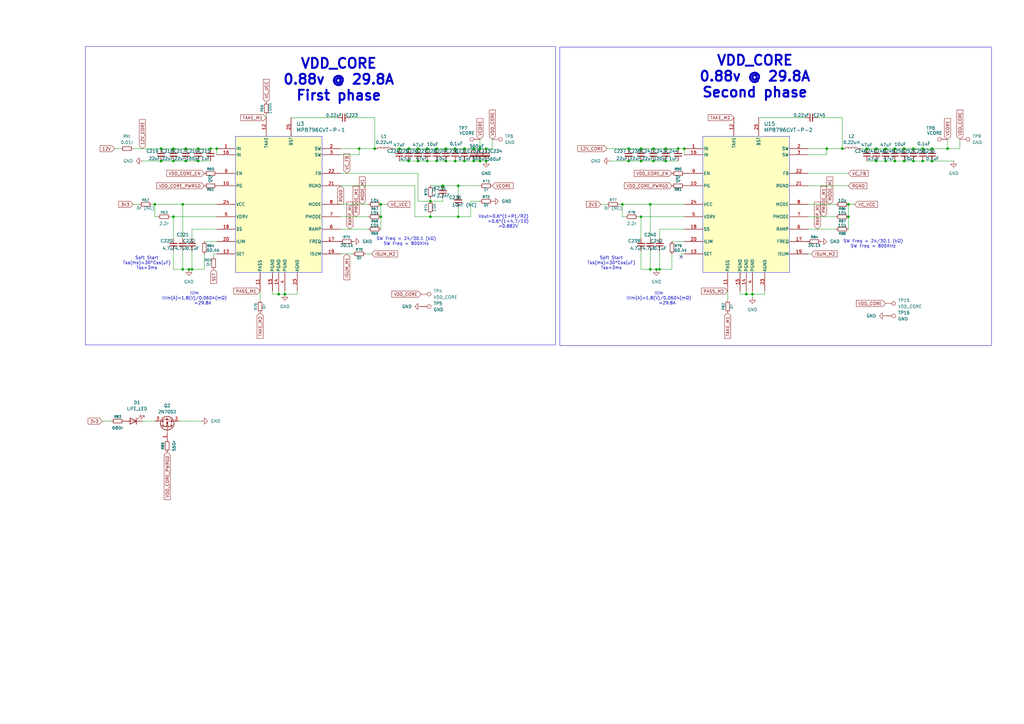
<source format=kicad_sch>
(kicad_sch (version 20250114) (generator "eeschema") (generator_version "9.0")
  (paper "A3")
  (title_block (title "Bugboard-1 D2000 mITX") (date "2025-05-23") (rev "1.0"))
  (lib_symbols
    (symbol "Connector:TestPoint" (pin_numbers (hide yes)) (pin_names (offset 0.762) (hide yes))
      (property "Reference" "TP" (at 0 6.858 0))
      (property "Value" "TestPoint" (at 0 5.08 0))
      (symbol "TestPoint_1_1"
        (pin passive line (at 0 0 90) (length 2.54) (name "1") (number "1"))
      )
    )
    (symbol "Device:C_Polarized_Small" (pin_numbers (hide yes)) (pin_names (offset 0.254) (hide yes))
      (property "Reference" "C" (at 0.254 1.778 0))
      (property "Value" "C_Polarized_Small" (at 0.254 -2.032 0))
      (symbol "C_Polarized_Small_1_1"
        (pin passive line (at 0 2.54 270) (length 1.8542) (name "~") (number "1"))
        (pin passive line (at 0 -2.54 90) (length 1.8542) (name "~") (number "2"))
      )
    )
    (symbol "Device:C_Small" (pin_numbers (hide yes)) (pin_names (offset 0.254) (hide yes))
      (property "Reference" "C" (at 0.254 1.778 0))
      (property "Value" "C_Small" (at 0.254 -2.032 0))
      (symbol "C_Small_1_1"
        (pin passive line (at 0 2.54 270) (length 2.032) (name "~") (number "1"))
        (pin passive line (at 0 -2.54 90) (length 2.032) (name "~") (number "2"))
      )
    )
    (symbol "Device:L" (pin_numbers (hide yes)) (pin_names (offset 1.016) (hide yes))
      (property "Reference" "L" (at -1.27 0 90))
      (property "Value" "L" (at 1.905 0 90))
      (symbol "L_1_1"
        (pin passive line (at 0 3.81 270) (length 1.27) (name "1") (number "1"))
        (pin passive line (at 0 -3.81 90) (length 1.27) (name "2") (number "2"))
      )
    )
    (symbol "Device:LED" (pin_numbers (hide yes)) (pin_names (offset 1.016) (hide yes))
      (property "Reference" "D" (at 0 2.54 0))
      (property "Value" "LED" (at 0 -2.54 0))
      (symbol "LED_1_1"
        (pin passive line (at -3.81 0 0) (length 2.54) (name "K") (number "1"))
        (pin passive line (at 3.81 0 180) (length 2.54) (name "A") (number "2"))
      )
    )
    (symbol "Device:R_Small" (pin_numbers (hide yes)) (pin_names (offset 0.254) (hide yes))
      (property "Reference" "R" (at 0 0 90))
      (property "Value" "R_Small" (at 1.778 0 90))
      (symbol "R_Small_1_1"
        (pin passive line (at 0 2.54 270) (length 0.762) (name "~") (number "1"))
        (pin passive line (at 0 -2.54 90) (length 0.762) (name "~") (number "2"))
      )
    )
    (symbol "MP8796GVT_P:MP8796GVT-P" (pin_names (offset 0.254))
      (property "Reference" "U" (at 20.32 10.16 0))
      (property "Value" "MP8796GVT-P" (at 20.32 7.62 0))
      (symbol "MP8796GVT-P_1_0"
        (pin power_in line (at -3.81 -17.78 0) (length 7.62) (name "IN") (number "1"))
        (pin power_in line (at -3.81 -20.32 0) (length 7.62) (name "IN") (number "16"))
        (pin passive line (at -3.81 -27.94 0) (length 7.62) (name "EN") (number "9"))
        (pin passive line (at -3.81 -33.02 0) (length 7.62) (name "PG") (number "10"))
        (pin passive line (at -3.81 -40.64 0) (length 7.62) (name "VCC") (number "24"))
        (pin passive line (at -3.81 -45.72 0) (length 7.62) (name "VDRV") (number "5"))
        (pin passive line (at -3.81 -50.8 0) (length 7.62) (name "SS") (number "18"))
        (pin passive line (at -3.81 -55.88 0) (length 7.62) (name "ILIM") (number "20"))
        (pin passive line (at -3.81 -60.96 0) (length 7.62) (name "SET") (number "13"))
        (pin passive line (at 13.97 -76.2 90) (length 7.62) (name "PASS") (number "11"))
        (pin passive line (at 16.51 -5.08 270) (length 7.62) (name "TAKE") (number "12"))
        (pin power_in line (at 19.05 -76.2 90) (length 7.62) (name "PGND") (number "15"))
        (pin power_in line (at 21.59 -76.2 90) (length 7.62) (name "PGND") (number "14"))
        (pin power_in line (at 24.13 -76.2 90) (length 7.62) (name "PGND") (number "4"))
        (pin passive line (at 26.67 -5.08 270) (length 7.62) (name "BST") (number "25"))
        (pin passive line (at 29.21 -76.2 90) (length 7.62) (name "AGND") (number "23"))
        (pin power_in line (at 46.99 -17.78 180) (length 7.62) (name "SW") (number "2"))
        (pin power_in line (at 46.99 -20.32 180) (length 7.62) (name "SW") (number "3"))
        (pin passive line (at 46.99 -27.94 180) (length 7.62) (name "FB") (number "22"))
        (pin passive line (at 46.99 -33.02 180) (length 7.62) (name "RGND") (number "21"))
        (pin passive line (at 46.99 -40.64 180) (length 7.62) (name "MODE") (number "8"))
        (pin passive line (at 46.99 -45.72 180) (length 7.62) (name "PMODE") (number "7"))
        (pin passive line (at 46.99 -50.8 180) (length 7.62) (name "RAMP") (number "6"))
        (pin passive line (at 46.99 -55.88 180) (length 7.62) (name "FREQ") (number "17"))
        (pin passive line (at 46.99 -60.96 180) (length 7.62) (name "ISUM") (number "19"))
      )
    )
    (symbol "Transistor_FET:2N7002" (pin_names (hide yes))
      (property "Reference" "Q" (at 5.08 1.905 0))
      (property "Value" "2N7002" (at 5.08 0 0))
      (symbol "2N7002_1_1"
        (pin input line (at -5.08 0 0) (length 2.54) (name "G") (number "1"))
        (pin passive line (at 2.54 5.08 270) (length 2.54) (name "D") (number "3"))
        (pin passive line (at 2.54 -5.08 90) (length 2.54) (name "S") (number "2"))
      )
    )
    (symbol "power:GND" (power) (pin_numbers (hide yes)) (pin_names (offset 0) (hide yes))
      (property "Value" "GND" (at 0 -3.81 0))
      (symbol "GND_1_1"
        (pin power_in line (at 0 0 270) (length 0) (name "~") (number "1"))
      )
    )
  )
  (rectangle (start 229.616 19.304) (end 406.654 141.732))
  (rectangle (start 35.052 19.05) (end 227.838 141.478))
  (text "Soft Start\nTss(ms)=30*Css(uF)\nTss=3ms\n" (at 250.698 107.95 0) (effects (font (size 1.27 1.27))))
  (text "VDD_CORE\n0.88v @ 29.8A\nFirst phase" (at 138.938 32.766 0) (effects (font (size 4.064 4.064) (thickness 0.8128) (bold yes))))
  (text "VDD_CORE\n0.88v @ 29.8A\nSecond phase" (at 309.626 31.496 0) (effects (font (size 4.064 4.064) (thickness 0.8128) (bold yes))))
  (text "Ilim\nIlim(A)=1.8(V)/0.0604(mΩ)\n       =29.8A" (at 270.256 122.428 0) (effects (font (size 1.27 1.27))))
  (text "Ilim\nIlim(A)=1.8(V)/0.0604(mΩ)\n       =29.8A" (at 79.756 122.428 0) (effects (font (size 1.27 1.27))))
  (text "SW Freq = 24/30.1 (kΩ)\nSW Freq = 800KHz" (at 166.624 99.06 0) (effects (font (size 1.27 1.27))))
  (text "Soft Start\nTss(ms)=30*Css(uF)\nTss=3ms\n" (at 60.198 107.95 0) (effects (font (size 1.27 1.27))))
  (text "Vout=0.6*(1+R1/R2)\n    =0.6*(1+4.7/10)\n    =0.882V" (at 206.502 90.932 0) (effects (font (size 1.27 1.27))))
  (text "SW Freq = 24/30.1 (kΩ)\nSW Freq = 800KHz" (at 358.14 100.076 0) (effects (font (size 1.27 1.27))))
  (junction (at 267.97 60.96))
  (junction (at 74.93 110.49))
  (junction (at 74.93 83.82))
  (junction (at 262.89 88.9))
  (junction (at 182.88 60.96))
  (junction (at 269.24 110.49))
  (junction (at 345.44 60.96))
  (junction (at 63.5 83.82))
  (junction (at 181.61 76.2))
  (junction (at 196.85 66.04))
  (junction (at 374.65 60.96))
  (junction (at 267.97 66.04))
  (junction (at 199.39 66.04))
  (junction (at 167.64 66.04))
  (junction (at 179.07 66.04))
  (junction (at 388.62 60.96))
  (junction (at 66.04 60.96))
  (junction (at 339.09 60.96))
  (junction (at 86.36 60.96))
  (junction (at 382.27 60.96))
  (junction (at 359.41 66.04))
  (junction (at 182.88 66.04))
  (junction (at 176.53 82.55))
  (junction (at 171.45 60.96))
  (junction (at 255.27 83.82))
  (junction (at 278.13 60.96))
  (junction (at 308.61 120.65))
  (junction (at 257.81 60.96))
  (junction (at 114.3 120.65))
  (junction (at 78.74 110.49))
  (junction (at 176.53 88.9))
  (junction (at 199.39 60.96))
  (junction (at 88.9 60.96))
  (junction (at 167.64 60.96))
  (junction (at 194.31 60.96))
  (junction (at 156.21 88.9))
  (junction (at 186.69 66.04))
  (junction (at 76.2 60.96))
  (junction (at 71.12 66.04))
  (junction (at 355.6 60.96))
  (junction (at 382.27 66.04))
  (junction (at 190.5 60.96))
  (junction (at 370.84 60.96))
  (junction (at 116.84 120.65))
  (junction (at 262.89 60.96))
  (junction (at 71.12 60.96))
  (junction (at 71.12 88.9))
  (junction (at 76.2 66.04))
  (junction (at 175.26 60.96))
  (junction (at 163.83 60.96))
  (junction (at 359.41 60.96))
  (junction (at 266.7 83.82))
  (junction (at 190.5 66.04))
  (junction (at 266.7 110.49))
  (junction (at 367.03 66.04))
  (junction (at 270.51 110.49))
  (junction (at 153.67 60.96))
  (junction (at 196.85 60.96))
  (junction (at 280.67 60.96))
  (junction (at 187.96 76.2))
  (junction (at 156.21 83.82))
  (junction (at 378.46 60.96))
  (junction (at 347.98 88.9))
  (junction (at 306.07 120.65))
  (junction (at 194.31 66.04))
  (junction (at 186.69 60.96))
  (junction (at 77.47 110.49))
  (junction (at 171.45 66.04))
  (junction (at 81.28 66.04))
  (junction (at 257.81 66.04))
  (junction (at 363.22 66.04))
  (junction (at 273.05 60.96))
  (junction (at 273.05 66.04))
  (junction (at 363.22 60.96))
  (junction (at 370.84 66.04))
  (junction (at 367.03 60.96))
  (junction (at 347.98 83.82))
  (junction (at 179.07 60.96))
  (junction (at 66.04 66.04))
  (junction (at 262.89 66.04))
  (junction (at 378.46 66.04))
  (junction (at 374.65 66.04))
  (junction (at 187.96 88.9))
  (junction (at 147.32 60.96))
  (junction (at 81.28 60.96))
  (junction (at 175.26 66.04))
  (no_connect (at 279.4 105.41))
  (wire (pts (xy 81.28 66.04) (xy 86.36 66.04)))
  (wire (pts (xy 331.47 60.96) (xy 339.09 60.96)))
  (wire (pts (xy 347.98 83.82) (xy 350.52 83.82)))
  (wire (pts (xy 378.46 60.96) (xy 382.27 60.96)))
  (wire (pts (xy 359.41 60.96) (xy 363.22 60.96)))
  (wire (pts (xy 347.98 93.98) (xy 347.98 88.9)))
  (wire (pts (xy 266.7 83.82) (xy 280.67 83.82)))
  (wire (pts (xy 266.7 110.49) (xy 269.24 110.49)))
  (wire (pts (xy 78.74 93.98) (xy 88.9 93.98)))
  (wire (pts (xy 182.88 60.96) (xy 186.69 60.96)))
  (wire (pts (xy 66.04 60.96) (xy 71.12 60.96)))
  (wire (pts (xy 257.81 66.04) (xy 262.89 66.04)))
  (wire (pts (xy 77.47 110.49) (xy 78.74 110.49)))
  (wire (pts (xy 71.12 88.9) (xy 88.9 88.9)))
  (wire (pts (xy 339.09 63.5) (xy 339.09 60.96)))
  (wire (pts (xy 78.74 102.87) (xy 78.74 110.49)))
  (wire (pts (xy 355.6 66.04) (xy 359.41 66.04)))
  (wire (pts (xy 367.03 60.96) (xy 370.84 60.96)))
  (wire (pts (xy 335.28 48.26) (xy 345.44 48.26)))
  (wire (pts (xy 63.5 83.82) (xy 74.93 83.82)))
  (wire (pts (xy 270.51 102.87) (xy 270.51 110.49)))
  (wire (pts (xy 331.47 63.5) (xy 339.09 63.5)))
  (wire (pts (xy 363.22 66.04) (xy 367.03 66.04)))
  (wire (pts (xy 175.26 66.04) (xy 179.07 66.04)))
  (wire (pts (xy 116.84 120.65) (xy 121.92 120.65)))
  (wire (pts (xy 196.85 66.04) (xy 199.39 66.04)))
  (wire (pts (xy 359.41 66.04) (xy 363.22 66.04)))
  (wire (pts (xy 331.47 76.2) (xy 347.98 76.2)))
  (wire (pts (xy 74.93 83.82) (xy 74.93 97.79)))
  (wire (pts (xy 306.07 120.65) (xy 308.61 120.65)))
  (wire (pts (xy 359.41 60.96) (xy 355.6 60.96)))
  (wire (pts (xy 88.9 60.96) (xy 86.36 60.96)))
  (wire (pts (xy 74.93 110.49) (xy 77.47 110.49)))
  (wire (pts (xy 279.4 104.14) (xy 280.67 104.14)))
  (wire (pts (xy 194.31 66.04) (xy 196.85 66.04)))
  (wire (pts (xy 266.7 102.87) (xy 266.7 110.49)))
  (wire (pts (xy 171.45 82.55) (xy 176.53 82.55)))
  (wire (pts (xy 63.5 88.9) (xy 64.77 88.9)))
  (wire (pts (xy 257.81 60.96) (xy 262.89 60.96)))
  (wire (pts (xy 170.18 88.9) (xy 176.53 88.9)))
  (wire (pts (xy 76.2 66.04) (xy 81.28 66.04)))
  (wire (pts (xy 139.7 104.14) (xy 144.78 104.14)))
  (wire (pts (xy 339.09 60.96) (xy 345.44 60.96)))
  (wire (pts (xy 171.45 66.04) (xy 175.26 66.04)))
  (wire (pts (xy 139.7 63.5) (xy 147.32 63.5)))
  (wire (pts (xy 143.51 48.26) (xy 153.67 48.26)))
  (wire (pts (xy 71.12 102.87) (xy 71.12 110.49)))
  (wire (pts (xy 193.04 88.9) (xy 193.04 82.55)))
  (wire (pts (xy 74.93 83.82) (xy 88.9 83.82)))
  (wire (pts (xy 71.12 88.9) (xy 71.12 97.79)))
  (wire (pts (xy 331.47 71.12) (xy 347.98 71.12)))
  (wire (pts (xy 275.59 99.06) (xy 280.67 99.06)))
  (wire (pts (xy 308.61 119.38) (xy 308.61 120.65)))
  (wire (pts (xy 199.39 60.96) (xy 196.85 60.96)))
  (wire (pts (xy 270.51 97.79) (xy 270.51 93.98)))
  (wire (pts (xy 139.7 93.98) (xy 151.13 93.98)))
  (wire (pts (xy 269.24 110.49) (xy 270.51 110.49)))
  (wire (pts (xy 308.61 120.65) (xy 313.69 120.65)))
  (wire (pts (xy 280.67 60.96) (xy 278.13 60.96)))
  (wire (pts (xy 186.69 66.04) (xy 190.5 66.04)))
  (wire (pts (xy 111.76 120.65) (xy 114.3 120.65)))
  (wire (pts (xy 111.76 119.38) (xy 111.76 120.65)))
  (wire (pts (xy 82.55 172.72) (xy 73.66 172.72)))
  (wire (pts (xy 156.21 88.9) (xy 156.21 83.82)))
  (wire (pts (xy 116.84 119.38) (xy 116.84 120.65)))
  (wire (pts (xy 255.27 83.82) (xy 266.7 83.82)))
  (wire (pts (xy 181.61 82.55) (xy 181.61 81.28)))
  (wire (pts (xy 78.74 97.79) (xy 78.74 93.98)))
  (wire (pts (xy 81.28 60.96) (xy 86.36 60.96)))
  (wire (pts (xy 382.27 60.96) (xy 388.62 60.96)))
  (wire (pts (xy 388.62 60.96) (xy 393.7 60.96)))
  (wire (pts (xy 367.03 66.04) (xy 370.84 66.04)))
  (wire (pts (xy 187.96 88.9) (xy 193.04 88.9)))
  (wire (pts (xy 179.07 66.04) (xy 182.88 66.04)))
  (wire (pts (xy 262.89 60.96) (xy 267.97 60.96)))
  (wire (pts (xy 306.07 119.38) (xy 306.07 120.65)))
  (wire (pts (xy 270.51 93.98) (xy 280.67 93.98)))
  (wire (pts (xy 193.04 82.55) (xy 196.85 82.55)))
  (wire (pts (xy 176.53 87.63) (xy 176.53 88.9)))
  (wire (pts (xy 139.7 88.9) (xy 151.13 88.9)))
  (wire (pts (xy 331.47 104.14) (xy 332.74 104.14)))
  (wire (pts (xy 311.15 48.26) (xy 330.2 48.26)))
  (wire (pts (xy 54.61 83.82) (xy 57.15 83.82)))
  (wire (pts (xy 167.64 66.04) (xy 171.45 66.04)))
  (wire (pts (xy 83.82 110.49) (xy 83.82 104.14)))
  (wire (pts (xy 331.47 83.82) (xy 342.9 83.82)))
  (wire (pts (xy 139.7 71.12) (xy 171.45 71.12)))
  (wire (pts (xy 179.07 60.96) (xy 182.88 60.96)))
  (wire (pts (xy 153.67 48.26) (xy 153.67 60.96)))
  (wire (pts (xy 83.82 99.06) (xy 88.9 99.06)))
  (wire (pts (xy 176.53 88.9) (xy 187.96 88.9)))
  (wire (pts (xy 87.63 105.41) (xy 87.63 104.14)))
  (wire (pts (xy 255.27 88.9) (xy 256.54 88.9)))
  (wire (pts (xy 248.92 60.96) (xy 257.81 60.96)))
  (wire (pts (xy 194.31 60.96) (xy 196.85 60.96)))
  (wire (pts (xy 114.3 120.65) (xy 116.84 120.65)))
  (wire (pts (xy 308.61 121.92) (xy 308.61 120.65)))
  (wire (pts (xy 49.53 60.96) (xy 46.99 60.96)))
  (wire (pts (xy 370.84 66.04) (xy 374.65 66.04)))
  (wire (pts (xy 63.5 83.82) (xy 63.5 88.9)))
  (wire (pts (xy 121.92 120.65) (xy 121.92 119.38)))
  (wire (pts (xy 176.53 81.28) (xy 176.53 82.55)))
  (wire (pts (xy 69.85 88.9) (xy 71.12 88.9)))
  (wire (pts (xy 190.5 60.96) (xy 194.31 60.96)))
  (wire (pts (xy 347.98 88.9) (xy 347.98 83.82)))
  (wire (pts (xy 382.27 66.04) (xy 391.16 66.04)))
  (wire (pts (xy 393.7 57.15) (xy 393.7 60.96)))
  (wire (pts (xy 74.93 102.87) (xy 74.93 110.49)))
  (wire (pts (xy 201.93 60.96) (xy 199.39 60.96)))
  (wire (pts (xy 71.12 60.96) (xy 76.2 60.96)))
  (wire (pts (xy 273.05 60.96) (xy 278.13 60.96)))
  (wire (pts (xy 298.45 123.19) (xy 298.45 119.38)))
  (wire (pts (xy 254 83.82) (xy 255.27 83.82)))
  (wire (pts (xy 266.7 83.82) (xy 266.7 97.79)))
  (wire (pts (xy 88.9 63.5) (xy 88.9 60.96)))
  (wire (pts (xy 262.89 88.9) (xy 262.89 97.79)))
  (wire (pts (xy 170.18 76.2) (xy 170.18 88.9)))
  (wire (pts (xy 71.12 110.49) (xy 74.93 110.49)))
  (wire (pts (xy 182.88 66.04) (xy 186.69 66.04)))
  (wire (pts (xy 163.83 60.96) (xy 161.29 60.96)))
  (wire (pts (xy 147.32 63.5) (xy 147.32 60.96)))
  (wire (pts (xy 355.6 60.96) (xy 353.06 60.96)))
  (wire (pts (xy 149.86 104.14) (xy 152.4 104.14)))
  (wire (pts (xy 262.89 66.04) (xy 267.97 66.04)))
  (wire (pts (xy 176.53 82.55) (xy 181.61 82.55)))
  (wire (pts (xy 58.42 66.04) (xy 66.04 66.04)))
  (wire (pts (xy 176.53 76.2) (xy 181.61 76.2)))
  (wire (pts (xy 87.63 104.14) (xy 88.9 104.14)))
  (wire (pts (xy 261.62 88.9) (xy 262.89 88.9)))
  (wire (pts (xy 331.47 93.98) (xy 342.9 93.98)))
  (wire (pts (xy 246.38 83.82) (xy 248.92 83.82)))
  (wire (pts (xy 187.96 85.09) (xy 187.96 88.9)))
  (wire (pts (xy 303.53 120.65) (xy 306.07 120.65)))
  (wire (pts (xy 147.32 60.96) (xy 153.67 60.96)))
  (wire (pts (xy 167.64 60.96) (xy 163.83 60.96)))
  (wire (pts (xy 262.89 102.87) (xy 262.89 110.49)))
  (wire (pts (xy 270.51 110.49) (xy 275.59 110.49)))
  (wire (pts (xy 187.96 76.2) (xy 187.96 80.01)))
  (wire (pts (xy 66.04 66.04) (xy 71.12 66.04)))
  (wire (pts (xy 255.27 83.82) (xy 255.27 88.9)))
  (wire (pts (xy 163.83 66.04) (xy 167.64 66.04)))
  (wire (pts (xy 250.19 66.04) (xy 257.81 66.04)))
  (wire (pts (xy 186.69 60.96) (xy 190.5 60.96)))
  (wire (pts (xy 78.74 110.49) (xy 83.82 110.49)))
  (wire (pts (xy 171.45 71.12) (xy 171.45 82.55)))
  (wire (pts (xy 345.44 48.26) (xy 345.44 60.96)))
  (wire (pts (xy 370.84 60.96) (xy 374.65 60.96)))
  (wire (pts (xy 187.96 76.2) (xy 196.85 76.2)))
  (wire (pts (xy 171.45 60.96) (xy 175.26 60.96)))
  (wire (pts (xy 109.22 46.99) (xy 109.22 48.26)))
  (wire (pts (xy 201.93 57.15) (xy 201.93 60.96)))
  (wire (pts (xy 388.62 57.15) (xy 388.62 60.96)))
  (wire (pts (xy 76.2 60.96) (xy 81.28 60.96)))
  (wire (pts (xy 267.97 66.04) (xy 273.05 66.04)))
  (wire (pts (xy 62.23 83.82) (xy 63.5 83.82)))
  (wire (pts (xy 275.59 110.49) (xy 275.59 104.14)))
  (wire (pts (xy 190.5 66.04) (xy 194.31 66.04)))
  (wire (pts (xy 374.65 60.96) (xy 378.46 60.96)))
  (wire (pts (xy 58.42 172.72) (xy 63.5 172.72)))
  (wire (pts (xy 331.47 88.9) (xy 342.9 88.9)))
  (wire (pts (xy 363.22 60.96) (xy 367.03 60.96)))
  (wire (pts (xy 262.89 110.49) (xy 266.7 110.49)))
  (wire (pts (xy 114.3 119.38) (xy 114.3 120.65)))
  (wire (pts (xy 175.26 60.96) (xy 179.07 60.96)))
  (wire (pts (xy 280.67 63.5) (xy 280.67 60.96)))
  (wire (pts (xy 71.12 66.04) (xy 76.2 66.04)))
  (wire (pts (xy 139.7 76.2) (xy 170.18 76.2)))
  (wire (pts (xy 139.7 60.96) (xy 147.32 60.96)))
  (wire (pts (xy 181.61 76.2) (xy 187.96 76.2)))
  (wire (pts (xy 196.85 57.15) (xy 196.85 60.96)))
  (wire (pts (xy 273.05 66.04) (xy 278.13 66.04)))
  (wire (pts (xy 119.38 48.26) (xy 138.43 48.26)))
  (wire (pts (xy 167.64 60.96) (xy 171.45 60.96)))
  (wire (pts (xy 106.68 123.19) (xy 106.68 119.38)))
  (wire (pts (xy 262.89 88.9) (xy 280.67 88.9)))
  (wire (pts (xy 303.53 119.38) (xy 303.53 120.65)))
  (wire (pts (xy 156.21 83.82) (xy 158.75 83.82)))
  (wire (pts (xy 139.7 83.82) (xy 151.13 83.82)))
  (wire (pts (xy 156.21 93.98) (xy 156.21 88.9)))
  (wire (pts (xy 378.46 66.04) (xy 382.27 66.04)))
  (wire (pts (xy 313.69 120.65) (xy 313.69 119.38)))
  (wire (pts (xy 374.65 66.04) (xy 378.46 66.04)))
  (wire (pts (xy 41.91 172.72) (xy 45.72 172.72)))
  (wire (pts (xy 54.61 60.96) (xy 66.04 60.96)))
  (wire (pts (xy 267.97 60.96) (xy 273.05 60.96)))
  (wire (pts (xy 279.4 105.41) (xy 279.4 104.14)))
  (global_label "12V" (shape input) (at 46.99 60.96 180) (property "Intersheetrefs" "${INTERSHEET_REFS}" (effects (hide yes))))
  (global_label "VDD_CORE_PWRGD" (shape input) (at 275.59 76.2 180) (property "Intersheetrefs" "${INTERSHEET_REFS}" (effects (hide yes))))
  (global_label "PMODE_M1" (shape input) (at 337.82 88.9 90) (property "Intersheetrefs" "${INTERSHEET_REFS}" (effects (hide yes))))
  (global_label "VC_FB" (shape input) (at 142.24 71.12 90) (property "Intersheetrefs" "${INTERSHEET_REFS}" (effects (hide yes))))
  (global_label "RAMP_M1" (shape input) (at 143.51 93.98 90) (property "Intersheetrefs" "${INTERSHEET_REFS}" (effects (hide yes))))
  (global_label "ISUM_M2" (shape input) (at 332.74 104.14 0) (property "Intersheetrefs" "${INTERSHEET_REFS}" (effects (hide yes))))
  (global_label "RGND" (shape input) (at 347.98 76.2 0) (property "Intersheetrefs" "${INTERSHEET_REFS}" (effects (hide yes))))
  (global_label "ISUM_M2" (shape input) (at 152.4 104.14 0) (property "Intersheetrefs" "${INTERSHEET_REFS}" (effects (hide yes))))
  (global_label "3V3" (shape input) (at 54.61 83.82 180) (property "Intersheetrefs" "${INTERSHEET_REFS}" (effects (hide yes))))
  (global_label "VC_VCC" (shape input) (at 158.75 83.82 0) (property "Intersheetrefs" "${INTERSHEET_REFS}" (effects (hide yes))))
  (global_label "VDD_CORE_EN" (shape input) (at 275.59 71.12 180) (property "Intersheetrefs" "${INTERSHEET_REFS}" (effects (hide yes))))
  (global_label "MODE_M1" (shape input) (at 340.36 83.82 90) (property "Intersheetrefs" "${INTERSHEET_REFS}" (effects (hide yes))))
  (global_label "12V_CORE" (shape input) (at 248.92 60.96 180) (property "Intersheetrefs" "${INTERSHEET_REFS}" (effects (hide yes))))
  (global_label "VCORE" (shape input) (at 388.62 57.15 90) (property "Intersheetrefs" "${INTERSHEET_REFS}" (effects (hide yes))))
  (global_label "12V_CORE" (shape input) (at 58.42 60.96 90) (property "Intersheetrefs" "${INTERSHEET_REFS}" (effects (hide yes))))
  (global_label "ISUM_M1" (shape input) (at 142.24 104.14 270) (property "Intersheetrefs" "${INTERSHEET_REFS}" (effects (hide yes))))
  (global_label "SET" (shape input) (at 87.63 110.49 270) (property "Intersheetrefs" "${INTERSHEET_REFS}" (effects (hide yes))))
  (global_label "VDD_CORE_PWRGD" (shape input) (at 83.82 76.2 180) (property "Intersheetrefs" "${INTERSHEET_REFS}" (effects (hide yes))))
  (global_label "VDD_CORE" (shape input) (at 201.93 57.15 90) (property "Intersheetrefs" "${INTERSHEET_REFS}" (effects (hide yes))))
  (global_label "VDD_CORE" (shape input) (at 172.72 120.65 180) (property "Intersheetrefs" "${INTERSHEET_REFS}" (effects (hide yes))))
  (global_label "VCORE" (shape input) (at 201.93 76.2 0) (property "Intersheetrefs" "${INTERSHEET_REFS}" (effects (hide yes))))
  (global_label "PASS_M2" (shape input) (at 298.45 119.38 180) (property "Intersheetrefs" "${INTERSHEET_REFS}" (effects (hide yes))))
  (global_label "RGND" (shape input) (at 139.7 76.2 270) (property "Intersheetrefs" "${INTERSHEET_REFS}" (effects (hide yes))))
  (global_label "VC_VCC" (shape input) (at 109.22 41.91 90) (property "Intersheetrefs" "${INTERSHEET_REFS}" (effects (hide yes))))
  (global_label "3v3" (shape input) (at 41.91 172.72 180) (property "Intersheetrefs" "${INTERSHEET_REFS}" (effects (hide yes))))
  (global_label "PASS_M1" (shape input) (at 106.68 119.38 180) (property "Intersheetrefs" "${INTERSHEET_REFS}" (effects (hide yes))))
  (global_label "3V3" (shape input) (at 246.38 83.82 180) (property "Intersheetrefs" "${INTERSHEET_REFS}" (effects (hide yes))))
  (global_label "RAMP_M1" (shape input) (at 335.28 93.98 90) (property "Intersheetrefs" "${INTERSHEET_REFS}" (effects (hide yes))))
  (global_label "VC_VCC" (shape input) (at 350.52 83.82 0) (property "Intersheetrefs" "${INTERSHEET_REFS}" (effects (hide yes))))
  (global_label "PMODE_M1" (shape input) (at 146.05 88.9 90) (property "Intersheetrefs" "${INTERSHEET_REFS}" (effects (hide yes))))
  (global_label "TAKE_M1" (shape input) (at 298.45 128.27 270) (property "Intersheetrefs" "${INTERSHEET_REFS}" (effects (hide yes))))
  (global_label "VCORE" (shape input) (at 196.85 57.15 90) (property "Intersheetrefs" "${INTERSHEET_REFS}" (effects (hide yes))))
  (global_label "VDD_CORE" (shape input) (at 393.7 57.15 90) (property "Intersheetrefs" "${INTERSHEET_REFS}" (effects (hide yes))))
  (global_label "MODE_M1" (shape input) (at 148.59 83.82 90) (property "Intersheetrefs" "${INTERSHEET_REFS}" (effects (hide yes))))
  (global_label "TAKE_M2" (shape input) (at 300.99 48.26 180) (property "Intersheetrefs" "${INTERSHEET_REFS}" (effects (hide yes))))
  (global_label "VDD_CORE" (shape input) (at 363.22 124.46 180) (property "Intersheetrefs" "${INTERSHEET_REFS}" (effects (hide yes))))
  (global_label "VDD_CORE_EN" (shape input) (at 83.82 71.12 180) (property "Intersheetrefs" "${INTERSHEET_REFS}" (effects (hide yes))))
  (global_label "TAKE_M2" (shape input) (at 106.68 128.27 270) (property "Intersheetrefs" "${INTERSHEET_REFS}" (effects (hide yes))))
  (global_label "VDD_CORE_PWRGD" (shape input) (at 68.58 185.42 270) (property "Intersheetrefs" "${INTERSHEET_REFS}" (effects (hide yes))))
  (global_label "TAKE_M1" (shape input) (at 109.22 48.26 180) (property "Intersheetrefs" "${INTERSHEET_REFS}" (effects (hide yes))))
  (global_label "VC_FB" (shape input) (at 347.98 71.12 0) (property "Intersheetrefs" "${INTERSHEET_REFS}" (effects (hide yes))))
  (symbol (lib_id "Connector:TestPoint") (at 393.7 57.15 270) (unit 1)
    (property "Reference" "TP9" (at 398.78 55.8799 90) (effects (justify left)))
    (property "Value" "GND" (at 398.78 58.4199 90) (effects (justify left)))
    (property "Description" "test point" (effects (hide yes)))
  )
  (symbol (lib_id "power:GND") (at 308.61 121.92 0) (unit 1)
    (property "Reference" "#PWR0123" (effects (hide yes)))
    (property "Value" "GND" (at 308.61 127 0))
    (property "Description" "Power symbol creates a global label with name \"GND\" , ground" (effects (hide yes)))
  )
  (symbol (lib_id "Device:R_Small") (at 275.59 101.6 180) (unit 1)
    (property "Reference" "R79" (at 278.13 100.838 0) (effects (font (size 1.016 1.016))))
    (property "Value" "60.4k" (at 279.146 102.616 0))
    (property "Footprint" "Resistor_SMD:R_0603_1608Metric" (effects (hide yes)))
    (property "Description" "Resistor, small symbol" (effects (hide yes)))
  )
  (symbol (lib_id "Device:LED") (at 54.61 172.72 180) (unit 1)
    (property "Reference" "D1" (at 56.1975 165.1 0))
    (property "Value" "LIFE_LED" (at 56.1975 167.64 0))
    (property "Footprint" "LED_SMD:LED_0603_1608Metric" (effects (hide yes)))
    (property "Description" "Light emitting diode" (effects (hide yes)))
    (property "Sim.Pins" "1=K 2=A" (effects (hide yes)))
  )
  (symbol (lib_id "Device:C_Small") (at 359.41 63.5 180) (unit 1)
    (property "Reference" "C247" (at 354.33 61.976 0) (effects (justify right)))
    (property "Value" "47uF" (at 360.934 59.436 0) (effects (justify right)))
    (property "Footprint" "Capacitor_SMD:C_1206_3216Metric" (effects (hide yes)))
    (property "Description" "Unpolarized capacitor, small symbol" (effects (hide yes)))
  )
  (symbol (lib_id "Device:C_Small") (at 270.51 100.33 180) (unit 1)
    (property "Reference" "C242" (at 266.7 98.806 0) (effects (justify right)))
    (property "Value" "0.1uF" (at 267.97 101.854 0) (effects (justify right)))
    (property "Footprint" "Capacitor_SMD:C_0603_1608Metric" (effects (hide yes)))
    (property "Description" "Unpolarized capacitor, small symbol" (effects (hide yes)))
  )
  (symbol (lib_id "Connector:TestPoint") (at 201.93 57.15 270) (unit 1)
    (property "Reference" "TP6" (at 207.01 55.8799 90) (effects (justify left)))
    (property "Value" "GND" (at 207.01 58.4199 90) (effects (justify left)))
    (property "Description" "test point" (effects (hide yes)))
  )
  (symbol (lib_id "Connector:TestPoint") (at 363.22 129.54 270) (unit 1)
    (property "Reference" "TP16" (at 368.3 128.2699 90) (effects (justify left)))
    (property "Value" "GND" (at 368.3 130.8099 90) (effects (justify left)))
    (property "Description" "test point" (effects (hide yes)))
  )
  (symbol (lib_id "Device:R_Small") (at 278.13 71.12 90) (unit 1)
    (property "Reference" "R80" (at 278.13 69.342 90) (effects (font (size 1.016 1.016))))
    (property "Value" "0r" (at 278.13 72.644 90))
    (property "Footprint" "Resistor_SMD:R_0402_1005Metric" (effects (hide yes)))
    (property "Description" "Resistor, small symbol" (effects (hide yes)))
  )
  (symbol (lib_id "Device:C_Small") (at 76.2 63.5 180) (unit 1)
    (property "Reference" "C217" (at 71.12 61.976 0) (effects (justify right)))
    (property "Value" "22uF" (at 71.374 65.024 0) (effects (justify right)))
    (property "Footprint" "Capacitor_SMD:C_0603_1608Metric" (effects (hide yes)))
    (property "Description" "Unpolarized capacitor, small symbol" (effects (hide yes)))
  )
  (symbol (lib_id "Device:C_Small") (at 262.89 100.33 180) (unit 1)
    (property "Reference" "C239" (at 257.556 98.806 0) (effects (justify right)))
    (property "Value" "4.7uF" (at 258.318 101.854 0) (effects (justify right)))
    (property "Footprint" "Capacitor_SMD:C_0603_1608Metric" (effects (hide yes)))
    (property "Description" "Unpolarized capacitor, small symbol" (effects (hide yes)))
  )
  (symbol (lib_id "MP8796GVT_P:MP8796GVT-P") (at 284.48 43.18 0) (unit 1)
    (property "Reference" "U15" (at 313.2933 50.8 0) (effects (font (size 1.524 1.524)) (justify left)))
    (property "Value" "MP8796GVT-P-2" (at 313.2933 53.34 0) (effects (font (size 1.524 1.524)) (justify left)))
    (property "Footprint" "TQFN-25_MP8796_MNP" (effects (hide yes)))
    (property "Datasheet" "MP8796GVT-P" (effects (hide yes)))
  )
  (symbol (lib_id "Device:C_Small") (at 363.22 63.5 180) (unit 1)
    (property "Reference" "C248" (at 358.14 61.976 0) (effects (justify right)))
    (property "Value" "47uF" (at 355.854 65.278 0) (effects (justify right)))
    (property "Footprint" "Capacitor_SMD:C_1206_3216Metric" (effects (hide yes)))
    (property "Description" "Unpolarized capacitor, small symbol" (effects (hide yes)))
  )
  (symbol (lib_id "Connector:TestPoint") (at 196.85 57.15 90) (unit 1)
    (property "Reference" "TP7" (at 189.992 52.578 90))
    (property "Value" "VCORE" (at 191.516 54.61 90))
    (property "Description" "test point" (effects (hide yes)))
  )
  (symbol (lib_id "power:GND") (at 269.24 110.49 0) (unit 1)
    (property "Reference" "#PWR0119" (effects (hide yes)))
    (property "Value" "GND" (at 269.24 115.57 0))
    (property "Description" "Power symbol creates a global label with name \"GND\" , ground" (effects (hide yes)))
  )
  (symbol (lib_id "Device:C_Small") (at 66.04 63.5 180) (unit 1)
    (property "Reference" "C219" (at 59.944 61.976 0) (effects (justify right)))
    (property "Value" "22uF" (at 60.96 65.024 0) (effects (justify right)))
    (property "Footprint" "Capacitor_SMD:C_0603_1608Metric" (effects (hide yes)))
    (property "Description" "Unpolarized capacitor, small symbol" (effects (hide yes)))
  )
  (symbol (lib_id "Device:C_Polarized_Small") (at 199.39 63.5 0) (unit 1)
    (property "Reference" "C234" (at 200.914 61.976 0) (effects (justify left)))
    (property "Value" "560uF" (at 199.644 65.278 0) (effects (justify left)))
    (property "Footprint" "Capacitor_SMD:CP_Elec_6.3x5.9" (effects (hide yes)))
    (property "Description" "Polarized capacitor, small symbol" (effects (hide yes)))
  )
  (symbol (lib_id "Device:C_Small") (at 74.93 100.33 180) (unit 1)
    (property "Reference" "C221" (at 72.39 96.266 0) (effects (justify right)))
    (property "Value" "4.7uF" (at 71.628 101.854 0) (effects (justify right)))
    (property "Footprint" "Capacitor_SMD:C_0603_1608Metric" (effects (hide yes)))
    (property "Description" "Unpolarized capacitor, small symbol" (effects (hide yes)))
  )
  (symbol (lib_id "Device:C_Small") (at 367.03 63.5 180) (unit 1)
    (property "Reference" "C249" (at 361.95 61.976 0) (effects (justify right)))
    (property "Value" "47uF" (at 362.204 65.024 0) (effects (justify right)))
    (property "Footprint" "Capacitor_SMD:C_1206_3216Metric" (effects (hide yes)))
    (property "Description" "Unpolarized capacitor, small symbol" (effects (hide yes)))
  )
  (symbol (lib_id "Device:R_Small") (at 199.39 76.2 90) (unit 1)
    (property "Reference" "R73" (at 199.39 74.422 90) (effects (font (size 1.016 1.016))))
    (property "Value" "0r" (at 199.39 77.724 90))
    (property "Footprint" "Resistor_SMD:R_0402_1005Metric" (effects (hide yes)))
    (property "Description" "Resistor, small symbol" (effects (hide yes)))
  )
  (symbol (lib_id "Device:C_Small") (at 278.13 63.5 180) (unit 1)
    (property "Reference" "C244" (at 273.05 61.976 0) (effects (justify right)))
    (property "Value" "1uF" (at 274.32 65.024 0) (effects (justify right)))
    (property "Footprint" "Capacitor_SMD:C_0402_1005Metric" (effects (hide yes)))
    (property "Description" "Unpolarized capacitor, small symbol" (effects (hide yes)))
  )
  (symbol (lib_id "Device:R_Small") (at 345.44 93.98 270) (unit 1)
    (property "Reference" "R88" (at 345.44 95.758 90) (effects (font (size 1.016 1.016))))
    (property "Value" "10k" (at 345.44 92.456 90))
    (property "Footprint" "Resistor_SMD:R_0402_1005Metric" (effects (hide yes)))
    (property "Description" "Resistor, small symbol" (effects (hide yes)))
  )
  (symbol (lib_id "Connector:TestPoint") (at 388.62 57.15 90) (unit 1)
    (property "Reference" "TP8" (at 381.762 52.578 90))
    (property "Value" "VCORE" (at 383.286 54.61 90))
    (property "Description" "test point" (effects (hide yes)))
  )
  (symbol (lib_id "Device:C_Small") (at 355.6 63.5 180) (unit 1)
    (property "Reference" "C246" (at 350.52 61.976 0) (effects (justify right)))
    (property "Value" "47uF" (at 353.06 59.436 0) (effects (justify right)))
    (property "Footprint" "Capacitor_SMD:C_1206_3216Metric" (effects (hide yes)))
    (property "Description" "Unpolarized capacitor, small symbol" (effects (hide yes)))
  )
  (symbol (lib_id "Device:C_Small") (at 86.36 63.5 180) (unit 1)
    (property "Reference" "C215" (at 81.28 61.976 0) (effects (justify right)))
    (property "Value" "1uF" (at 82.55 65.024 0) (effects (justify right)))
    (property "Footprint" "Capacitor_SMD:C_0402_1005Metric" (effects (hide yes)))
    (property "Description" "Unpolarized capacitor, small symbol" (effects (hide yes)))
  )
  (symbol (lib_id "Device:R_Small") (at 52.07 60.96 90) (unit 1)
    (property "Reference" "R51" (at 52.07 55.88 90) (effects (font (size 1.016 1.016))))
    (property "Value" "0.01r" (at 52.07 58.42 90))
    (property "Footprint" "Resistor_SMD:R_0402_1005Metric" (effects (hide yes)))
    (property "Description" "Resistor, small symbol" (effects (hide yes)))
  )
  (symbol (lib_id "Device:R_Small") (at 106.68 125.73 180) (unit 1)
    (property "Reference" "R76" (at 104.902 125.73 90) (effects (font (size 1.016 1.016))))
    (property "Value" "0r" (at 108.204 125.73 90))
    (property "Footprint" "Resistor_SMD:R_0402_1005Metric" (effects (hide yes)))
    (property "Description" "Resistor, small symbol" (effects (hide yes)))
  )
  (symbol (lib_id "Device:R_Small") (at 345.44 83.82 270) (unit 1)
    (property "Reference" "R86" (at 345.44 85.598 90) (effects (font (size 1.016 1.016))))
    (property "Value" "10k" (at 345.44 82.296 90))
    (property "Footprint" "Resistor_SMD:R_0402_1005Metric" (effects (hide yes)))
    (property "Description" "Resistor, small symbol" (effects (hide yes)))
  )
  (symbol (lib_id "Device:C_Polarized_Small") (at 194.31 63.5 0) (unit 1)
    (property "Reference" "C232" (at 191.516 61.976 0) (effects (justify left)))
    (property "Value" "560uF" (at 193.548 65.024 0) (effects (justify left)))
    (property "Footprint" "Capacitor_SMD:CP_Elec_6.3x5.9" (effects (hide yes)))
    (property "Description" "Polarized capacitor, small symbol" (effects (hide yes)))
  )
  (symbol (lib_id "Device:C_Small") (at 382.27 63.5 180) (unit 1)
    (property "Reference" "C255" (at 378.46 61.976 0) (effects (justify right)))
    (property "Value" "0.1uF" (at 379.73 65.024 0) (effects (justify right)))
    (property "Footprint" "Capacitor_SMD:C_0603_1608Metric" (effects (hide yes)))
    (property "Description" "Unpolarized capacitor, small symbol" (effects (hide yes)))
  )
  (symbol (lib_id "Connector:TestPoint") (at 363.22 124.46 270) (unit 1)
    (property "Reference" "TP15" (at 368.3 123.1899 90) (effects (justify left)))
    (property "Value" "VDD_CORE" (at 368.3 125.7299 90) (effects (justify left)))
    (property "Description" "test point" (effects (hide yes)))
  )
  (symbol (lib_id "power:GND") (at 116.84 120.65 0) (unit 1)
    (property "Reference" "#PWR0124" (effects (hide yes)))
    (property "Value" "GND" (at 116.84 125.73 0))
    (property "Description" "Power symbol creates a global label with name \"GND\" , ground" (effects (hide yes)))
  )
  (symbol (lib_id "Device:C_Small") (at 262.89 63.5 180) (unit 1)
    (property "Reference" "C238" (at 257.81 61.976 0) (effects (justify right)))
    (property "Value" "22uF" (at 258.064 65.024 0) (effects (justify right)))
    (property "Footprint" "Capacitor_SMD:C_0603_1608Metric" (effects (hide yes)))
    (property "Description" "Unpolarized capacitor, small symbol" (effects (hide yes)))
  )
  (symbol (lib_id "Device:L") (at 349.25 60.96 90) (unit 1)
    (property "Reference" "L2" (at 349.25 55.88 90))
    (property "Value" "0.22uH" (at 349.25 58.42 90))
    (property "Footprint" "Inductor_SMD:L_APV_APH1050" (effects (hide yes)))
    (property "Description" "Inductor" (effects (hide yes)))
  )
  (symbol (lib_id "Device:C_Small") (at 71.12 100.33 180) (unit 1)
    (property "Reference" "C220" (at 65.786 98.806 0) (effects (justify right)))
    (property "Value" "4.7uF" (at 66.548 101.854 0) (effects (justify right)))
    (property "Footprint" "Capacitor_SMD:C_0603_1608Metric" (effects (hide yes)))
    (property "Description" "Unpolarized capacitor, small symbol" (effects (hide yes)))
  )
  (symbol (lib_id "Device:C_Small") (at 257.81 63.5 180) (unit 1)
    (property "Reference" "C237" (at 251.714 61.976 0) (effects (justify right)))
    (property "Value" "22uF" (at 252.73 65.024 0) (effects (justify right)))
    (property "Footprint" "Capacitor_SMD:C_0603_1608Metric" (effects (hide yes)))
    (property "Description" "Unpolarized capacitor, small symbol" (effects (hide yes)))
  )
  (symbol (lib_id "Device:C_Small") (at 374.65 63.5 180) (unit 1)
    (property "Reference" "C252" (at 369.57 61.976 0) (effects (justify right)))
    (property "Value" "10uF" (at 370.586 65.024 0) (effects (justify right)))
    (property "Footprint" "Capacitor_SMD:C_0603_1608Metric" (effects (hide yes)))
    (property "Description" "Unpolarized capacitor, small symbol" (effects (hide yes)))
  )
  (symbol (lib_id "power:GND") (at 363.22 129.54 270) (unit 1)
    (property "Reference" "#PWR0103" (effects (hide yes)))
    (property "Value" "GND" (at 359.41 129.5399 90) (effects (justify right)))
    (property "Description" "Power symbol creates a global label with name \"GND\" , ground" (effects (hide yes)))
  )
  (symbol (lib_id "Device:C_Small") (at 378.46 63.5 180) (unit 1)
    (property "Reference" "C253" (at 374.65 61.976 0) (effects (justify right)))
    (property "Value" "0.1uF" (at 376.174 58.928 0) (effects (justify right)))
    (property "Footprint" "Capacitor_SMD:C_0603_1608Metric" (effects (hide yes)))
    (property "Description" "Unpolarized capacitor, small symbol" (effects (hide yes)))
  )
  (symbol (lib_id "Device:R_Small") (at 147.32 104.14 90) (unit 1)
    (property "Reference" "R70" (at 147.32 102.362 90) (effects (font (size 1.016 1.016))))
    (property "Value" "0r" (at 147.32 105.664 90))
    (property "Footprint" "Resistor_SMD:R_0402_1005Metric" (effects (hide yes)))
    (property "Description" "Resistor, small symbol" (effects (hide yes)))
  )
  (symbol (lib_id "Device:R_Small") (at 251.46 83.82 90) (unit 1)
    (property "Reference" "R77" (at 251.46 82.042 90) (effects (font (size 1.016 1.016))))
    (property "Value" "0r (NC)" (at 251.46 85.344 90))
    (property "Footprint" "Resistor_SMD:R_0402_1005Metric" (effects (hide yes)))
    (property "Description" "Resistor, small symbol" (effects (hide yes)))
  )
  (symbol (lib_id "Device:R_Small") (at 86.36 76.2 270) (unit 1)
    (property "Reference" "R61" (at 86.36 77.724 90) (effects (font (size 1.016 1.016))))
    (property "Value" "0r" (at 86.36 74.168 90))
    (property "Footprint" "Resistor_SMD:R_0402_1005Metric" (effects (hide yes)))
    (property "Description" "Resistor, small symbol" (effects (hide yes)))
  )
  (symbol (lib_id "Device:C_Small") (at 266.7 100.33 180) (unit 1)
    (property "Reference" "C240" (at 264.16 96.266 0) (effects (justify right)))
    (property "Value" "4.7uF" (at 263.398 101.854 0) (effects (justify right)))
    (property "Footprint" "Capacitor_SMD:C_0603_1608Metric" (effects (hide yes)))
    (property "Description" "Unpolarized capacitor, small symbol" (effects (hide yes)))
  )
  (symbol (lib_id "Device:C_Small") (at 332.74 48.26 90) (unit 1)
    (property "Reference" "C245" (at 333.502 47.244 90) (effects (justify right)))
    (property "Value" "0.22uF" (at 325.374 47.244 90) (effects (justify right)))
    (property "Footprint" "Capacitor_SMD:C_0603_1608Metric" (effects (hide yes)))
    (property "Description" "Unpolarized capacitor, small symbol" (effects (hide yes)))
  )
  (symbol (lib_id "Connector:TestPoint") (at 172.72 120.65 270) (unit 1)
    (property "Reference" "TP4" (at 177.8 119.3799 90) (effects (justify left)))
    (property "Value" "VDD_CORE" (at 177.8 121.9199 90) (effects (justify left)))
    (property "Description" "test point" (effects (hide yes)))
  )
  (symbol (lib_id "Device:C_Small") (at 81.28 63.5 180) (unit 1)
    (property "Reference" "C216" (at 76.2 61.976 0) (effects (justify right)))
    (property "Value" "100pF" (at 76.2 65.024 0) (effects (justify right)))
    (property "Footprint" "Capacitor_SMD:C_0402_1005Metric" (effects (hide yes)))
    (property "Description" "Unpolarized capacitor, small symbol" (effects (hide yes)))
  )
  (symbol (lib_id "Device:R_Small") (at 176.53 78.74 180) (unit 1)
    (property "Reference" "R75" (at 174.752 78.74 90) (effects (font (size 1.016 1.016))))
    (property "Value" "4.7k" (at 178.054 78.74 90))
    (property "Footprint" "Resistor_SMD:R_0402_1005Metric" (effects (hide yes)))
    (property "Description" "Resistor, small symbol" (effects (hide yes)))
  )
  (symbol (lib_id "power:GND") (at 77.47 110.49 0) (unit 1)
    (property "Reference" "#PWR0114" (effects (hide yes)))
    (property "Value" "GND" (at 77.47 115.57 0))
    (property "Description" "Power symbol creates a global label with name \"GND\" , ground" (effects (hide yes)))
  )
  (symbol (lib_id "Device:R_Small") (at 142.24 99.06 90) (unit 1)
    (property "Reference" "R71" (at 142.24 97.282 90) (effects (font (size 1.016 1.016))))
    (property "Value" "30.1k" (at 142.24 100.584 90))
    (property "Footprint" "Resistor_SMD:R_0402_1005Metric" (effects (hide yes)))
    (property "Description" "Resistor, small symbol" (effects (hide yes)))
  )
  (symbol (lib_id "Device:C_Small") (at 179.07 63.5 180) (unit 1)
    (property "Reference" "C228" (at 173.99 61.976 0) (effects (justify right)))
    (property "Value" "10uF" (at 175.006 59.182 0) (effects (justify right)))
    (property "Footprint" "Capacitor_SMD:C_0603_1608Metric" (effects (hide yes)))
    (property "Description" "Unpolarized capacitor, small symbol" (effects (hide yes)))
  )
  (symbol (lib_id "Device:C_Small") (at 190.5 63.5 180) (unit 1)
    (property "Reference" "C231" (at 186.69 61.976 0) (effects (justify right)))
    (property "Value" "0.1uF" (at 187.96 65.024 0) (effects (justify right)))
    (property "Footprint" "Capacitor_SMD:C_0603_1608Metric" (effects (hide yes)))
    (property "Description" "Unpolarized capacitor, small symbol" (effects (hide yes)))
  )
  (symbol (lib_id "Device:R_Small") (at 334.01 99.06 90) (unit 1)
    (property "Reference" "R84" (at 334.01 97.282 90) (effects (font (size 1.016 1.016))))
    (property "Value" "30.1k" (at 334.01 100.584 90))
    (property "Footprint" "Resistor_SMD:R_0402_1005Metric" (effects (hide yes)))
    (property "Description" "Resistor, small symbol" (effects (hide yes)))
  )
  (symbol (lib_id "Device:C_Small") (at 182.88 63.5 180) (unit 1)
    (property "Reference" "C229" (at 177.8 61.976 0) (effects (justify right)))
    (property "Value" "10uF" (at 178.816 65.024 0) (effects (justify right)))
    (property "Footprint" "Capacitor_SMD:C_0603_1608Metric" (effects (hide yes)))
    (property "Description" "Unpolarized capacitor, small symbol" (effects (hide yes)))
  )
  (symbol (lib_id "power:GND") (at 391.16 66.04 0) (unit 1)
    (property "Reference" "#PWR0120" (effects (hide yes)))
    (property "Value" "GND" (at 391.16 71.12 0))
    (property "Description" "Power symbol creates a global label with name \"GND\" , ground" (effects (hide yes)))
  )
  (symbol (lib_id "Device:C_Small") (at 186.69 63.5 180) (unit 1)
    (property "Reference" "C230" (at 182.88 61.976 0) (effects (justify right)))
    (property "Value" "0.1uF" (at 184.404 58.928 0) (effects (justify right)))
    (property "Footprint" "Capacitor_SMD:C_0603_1608Metric" (effects (hide yes)))
    (property "Description" "Unpolarized capacitor, small symbol" (effects (hide yes)))
  )
  (symbol (lib_id "Device:R_Small") (at 278.13 76.2 270) (unit 1)
    (property "Reference" "R81" (at 278.13 77.724 90) (effects (font (size 1.016 1.016))))
    (property "Value" "0r" (at 278.13 74.168 90))
    (property "Footprint" "Resistor_SMD:R_0402_1005Metric" (effects (hide yes)))
    (property "Description" "Resistor, small symbol" (effects (hide yes)))
  )
  (symbol (lib_id "Device:R_Small") (at 199.39 82.55 90) (unit 1)
    (property "Reference" "R72" (at 199.39 80.772 90) (effects (font (size 1.016 1.016))))
    (property "Value" "0r" (at 199.39 84.074 90))
    (property "Footprint" "Resistor_SMD:R_0402_1005Metric" (effects (hide yes)))
    (property "Description" "Resistor, small symbol" (effects (hide yes)))
  )
  (symbol (lib_id "power:GND") (at 144.78 99.06 90) (unit 1)
    (property "Reference" "#PWR0122" (effects (hide yes)))
    (property "Value" "GND" (at 148.59 99.0599 90) (effects (justify right)))
    (property "Description" "Power symbol creates a global label with name \"GND\" , ground" (effects (hide yes)))
  )
  (symbol (lib_id "Device:R_Small") (at 83.82 101.6 180) (unit 1)
    (property "Reference" "R64" (at 86.36 100.838 0) (effects (font (size 1.016 1.016))))
    (property "Value" "60.4k" (at 87.376 102.616 0))
    (property "Footprint" "Resistor_SMD:R_0603_1608Metric" (effects (hide yes)))
    (property "Description" "Resistor, small symbol" (effects (hide yes)))
  )
  (symbol (lib_id "power:GND") (at 58.42 66.04 270) (unit 1)
    (property "Reference" "#PWR0105" (effects (hide yes)))
    (property "Value" "GND" (at 54.61 66.0399 90) (effects (justify right)))
    (property "Description" "Power symbol creates a global label with name \"GND\" , ground" (effects (hide yes)))
  )
  (symbol (lib_id "Device:R_Small") (at 345.44 88.9 270) (unit 1)
    (property "Reference" "R87" (at 345.44 90.678 90) (effects (font (size 1.016 1.016))))
    (property "Value" "10k" (at 345.44 87.376 90))
    (property "Footprint" "Resistor_SMD:R_0402_1005Metric" (effects (hide yes)))
    (property "Description" "Resistor, small symbol" (effects (hide yes)))
  )
  (symbol (lib_id "Device:C_Small") (at 187.96 82.55 180) (unit 1)
    (property "Reference" "C236" (at 184.15 81.026 0) (effects (justify right)))
    (property "Value" "10nF (NC)" (at 185.42 84.074 0) (effects (justify right)))
    (property "Footprint" "Capacitor_SMD:C_0603_1608Metric" (effects (hide yes)))
    (property "Description" "Unpolarized capacitor, small symbol" (effects (hide yes)))
  )
  (symbol (lib_id "power:GND") (at 201.93 82.55 90) (unit 1)
    (property "Reference" "#PWR0117" (effects (hide yes)))
    (property "Value" "GND" (at 205.74 82.5499 90) (effects (justify right)))
    (property "Description" "Power symbol creates a global label with name \"GND\" , ground" (effects (hide yes)))
  )
  (symbol (lib_id "Device:R_Small") (at 48.26 172.72 90) (unit 1)
    (property "Reference" "R83" (at 48.26 170.942 90) (effects (font (size 1.016 1.016))))
    (property "Value" "680r" (at 48.26 175.514 90))
    (property "Footprint" "Resistor_SMD:R_0603_1608Metric" (effects (hide yes)))
    (property "Description" "Resistor, small symbol" (effects (hide yes)))
  )
  (symbol (lib_id "Device:L") (at 157.48 60.96 90) (unit 1)
    (property "Reference" "L1" (at 157.48 55.88 90))
    (property "Value" "0.22uH" (at 157.48 58.42 90))
    (property "Footprint" "Inductor_SMD:L_APV_APH1050" (effects (hide yes)))
    (property "Description" "Inductor" (effects (hide yes)))
  )
  (symbol (lib_id "power:GND") (at 172.72 125.73 270) (unit 1)
    (property "Reference" "#PWR0102" (effects (hide yes)))
    (property "Value" "GND" (at 168.91 125.7299 90) (effects (justify right)))
    (property "Description" "Power symbol creates a global label with name \"GND\" , ground" (effects (hide yes)))
  )
  (symbol (lib_id "Device:C_Small") (at 181.61 78.74 180) (unit 1)
    (property "Reference" "C235" (at 177.8 77.216 0) (effects (justify right)))
    (property "Value" "2.2nF" (at 179.07 80.264 0) (effects (justify right)))
    (property "Footprint" "Capacitor_SMD:C_0603_1608Metric" (effects (hide yes)))
    (property "Description" "Unpolarized capacitor, small symbol" (effects (hide yes)))
  )
  (symbol (lib_id "Connector:TestPoint") (at 172.72 125.73 270) (unit 1)
    (property "Reference" "TP5" (at 177.8 124.4599 90) (effects (justify left)))
    (property "Value" "GND" (at 177.8 126.9999 90) (effects (justify left)))
    (property "Description" "test point" (effects (hide yes)))
  )
  (symbol (lib_id "Device:C_Small") (at 71.12 63.5 180) (unit 1)
    (property "Reference" "C218" (at 66.04 61.976 0) (effects (justify right)))
    (property "Value" "22uF" (at 66.294 65.024 0) (effects (justify right)))
    (property "Footprint" "Capacitor_SMD:C_0603_1608Metric" (effects (hide yes)))
    (property "Description" "Unpolarized capacitor, small symbol" (effects (hide yes)))
  )
  (symbol (lib_id "Device:R_Small") (at 67.31 88.9 90) (unit 1)
    (property "Reference" "R63" (at 67.31 87.122 90) (effects (font (size 1.016 1.016))))
    (property "Value" "2.2r" (at 67.31 91.694 90))
    (property "Footprint" "Resistor_SMD:R_0603_1608Metric" (effects (hide yes)))
    (property "Description" "Resistor, small symbol" (effects (hide yes)))
  )
  (symbol (lib_id "Device:C_Small") (at 167.64 63.5 180) (unit 1)
    (property "Reference" "C225" (at 162.56 61.976 0) (effects (justify right)))
    (property "Value" "47uF" (at 169.164 59.436 0) (effects (justify right)))
    (property "Footprint" "Capacitor_SMD:C_1206_3216Metric" (effects (hide yes)))
    (property "Description" "Unpolarized capacitor, small symbol" (effects (hide yes)))
  )
  (symbol (lib_id "Device:C_Small") (at 175.26 63.5 180) (unit 1)
    (property "Reference" "C227" (at 170.18 61.976 0) (effects (justify right)))
    (property "Value" "47uF" (at 170.434 65.024 0) (effects (justify right)))
    (property "Footprint" "Capacitor_SMD:C_1206_3216Metric" (effects (hide yes)))
    (property "Description" "Unpolarized capacitor, small symbol" (effects (hide yes)))
  )
  (symbol (lib_id "Device:C_Small") (at 78.74 100.33 180) (unit 1)
    (property "Reference" "C222" (at 74.93 98.806 0) (effects (justify right)))
    (property "Value" "0.1uF" (at 76.2 101.854 0) (effects (justify right)))
    (property "Footprint" "Capacitor_SMD:C_0603_1608Metric" (effects (hide yes)))
    (property "Description" "Unpolarized capacitor, small symbol" (effects (hide yes)))
  )
  (symbol (lib_id "Device:C_Polarized_Small") (at 196.85 63.5 0) (unit 1)
    (property "Reference" "C233" (at 196.088 61.976 0) (effects (justify left)))
    (property "Value" "560uF" (at 192.532 59.944 0) (effects (justify left)))
    (property "Footprint" "Capacitor_SMD:CP_Elec_6.3x5.9" (effects (hide yes)))
    (property "Description" "Polarized capacitor, small symbol" (effects (hide yes)))
  )
  (symbol (lib_id "Device:C_Small") (at 140.97 48.26 90) (unit 1)
    (property "Reference" "C223" (at 141.732 47.244 90) (effects (justify right)))
    (property "Value" "0.22uF" (at 133.604 47.244 90) (effects (justify right)))
    (property "Footprint" "Capacitor_SMD:C_0603_1608Metric" (effects (hide yes)))
    (property "Description" "Unpolarized capacitor, small symbol" (effects (hide yes)))
  )
  (symbol (lib_id "Transistor_FET:2N7002") (at 68.58 175.26 90) (unit 1)
    (property "Reference" "Q2" (at 68.58 166.37 90))
    (property "Value" "2N7002" (at 68.58 168.91 90))
    (property "Footprint" "Package_TO_SOT_SMD:SOT-23" (effects (hide yes)))
    (property "Datasheet" "https://www.onsemi.com/pub/Collateral/NDS7002A-D.PDF" (effects (hide yes)))
    (property "Description" "0.115A Id, 60V Vds, N-Channel MOSFET, SOT-23" (effects (hide yes)))
  )
  (symbol (lib_id "Device:R_Small") (at 68.58 182.88 180) (unit 1)
    (property "Reference" "R85" (at 66.802 182.88 90) (effects (font (size 1.016 1.016))))
    (property "Value" "560r" (at 71.374 182.88 90))
    (property "Footprint" "Resistor_SMD:R_0603_1608Metric" (effects (hide yes)))
    (property "Description" "Resistor, small symbol" (effects (hide yes)))
  )
  (symbol (lib_id "Device:C_Small") (at 267.97 63.5 180) (unit 1)
    (property "Reference" "C241" (at 262.89 61.976 0) (effects (justify right)))
    (property "Value" "22uF" (at 263.144 65.024 0) (effects (justify right)))
    (property "Footprint" "Capacitor_SMD:C_0603_1608Metric" (effects (hide yes)))
    (property "Description" "Unpolarized capacitor, small symbol" (effects (hide yes)))
  )
  (symbol (lib_id "Device:R_Small") (at 259.08 88.9 90) (unit 1)
    (property "Reference" "R78" (at 259.08 87.122 90) (effects (font (size 1.016 1.016))))
    (property "Value" "2.2r" (at 259.08 91.694 90))
    (property "Footprint" "Resistor_SMD:R_0603_1608Metric" (effects (hide yes)))
    (property "Description" "Resistor, small symbol" (effects (hide yes)))
  )
  (symbol (lib_id "Device:C_Small") (at 370.84 63.5 180) (unit 1)
    (property "Reference" "C250" (at 365.76 61.976 0) (effects (justify right)))
    (property "Value" "10uF" (at 366.776 59.182 0) (effects (justify right)))
    (property "Footprint" "Capacitor_SMD:C_0603_1608Metric" (effects (hide yes)))
    (property "Description" "Unpolarized capacitor, small symbol" (effects (hide yes)))
  )
  (symbol (lib_id "Device:R_Small") (at 153.67 93.98 270) (unit 1)
    (property "Reference" "R69" (at 153.67 95.758 90) (effects (font (size 1.016 1.016))))
    (property "Value" "10k" (at 153.67 92.456 90))
    (property "Footprint" "Resistor_SMD:R_0402_1005Metric" (effects (hide yes)))
    (property "Description" "Resistor, small symbol" (effects (hide yes)))
  )
  (symbol (lib_id "power:GND") (at 199.39 66.04 0) (unit 1)
    (property "Reference" "#PWR0115" (effects (hide yes)))
    (property "Value" "GND" (at 199.39 71.12 0))
    (property "Description" "Power symbol creates a global label with name \"GND\" , ground" (effects (hide yes)))
  )
  (symbol (lib_id "Device:R_Small") (at 59.69 83.82 90) (unit 1)
    (property "Reference" "R62" (at 59.69 82.042 90) (effects (font (size 1.016 1.016))))
    (property "Value" "0r (NC)" (at 59.69 85.344 90))
    (property "Footprint" "Resistor_SMD:R_0402_1005Metric" (effects (hide yes)))
    (property "Description" "Resistor, small symbol" (effects (hide yes)))
  )
  (symbol (lib_id "Device:R_Small") (at 87.63 107.95 180) (unit 1)
    (property "Reference" "R65" (at 85.344 106.68 0) (effects (font (size 1.016 1.016))))
    (property "Value" "0r" (at 85.598 108.458 0))
    (property "Footprint" "Resistor_SMD:R_0402_1005Metric" (effects (hide yes)))
    (property "Description" "Resistor, small symbol" (effects (hide yes)))
  )
  (symbol (lib_id "power:GND") (at 82.55 172.72 90) (unit 1)
    (property "Reference" "#PWR0113" (effects (hide yes)))
    (property "Value" "GND" (at 86.36 172.7199 90) (effects (justify right)))
    (property "Description" "Power symbol creates a global label with name \"GND\" , ground" (effects (hide yes)))
  )
  (symbol (lib_id "Device:R_Small") (at 109.22 44.45 180) (unit 1)
    (property "Reference" "R66" (at 107.442 44.45 90) (effects (font (size 1.016 1.016))))
    (property "Value" "100k" (at 110.744 44.45 90))
    (property "Footprint" "Resistor_SMD:R_0402_1005Metric" (effects (hide yes)))
    (property "Description" "Resistor, small symbol" (effects (hide yes)))
  )
  (symbol (lib_id "Device:R_Small") (at 298.45 125.73 180) (unit 1)
    (property "Reference" "R82" (at 296.672 125.73 90) (effects (font (size 1.016 1.016))))
    (property "Value" "0r" (at 299.974 125.73 90))
    (property "Footprint" "Resistor_SMD:R_0402_1005Metric" (effects (hide yes)))
    (property "Description" "Resistor, small symbol" (effects (hide yes)))
  )
  (symbol (lib_id "Device:R_Small") (at 176.53 85.09 180) (unit 1)
    (property "Reference" "R74" (at 174.752 85.09 90) (effects (font (size 1.016 1.016))))
    (property "Value" "10k" (at 178.054 85.09 90))
    (property "Footprint" "Resistor_SMD:R_0402_1005Metric" (effects (hide yes)))
    (property "Description" "Resistor, small symbol" (effects (hide yes)))
  )
  (symbol (lib_id "power:GND") (at 336.55 99.06 90) (unit 1)
    (property "Reference" "#PWR0121" (effects (hide yes)))
    (property "Value" "GND" (at 340.36 99.0599 90) (effects (justify right)))
    (property "Description" "Power symbol creates a global label with name \"GND\" , ground" (effects (hide yes)))
  )
  (symbol (lib_id "MP8796GVT_P:MP8796GVT-P") (at 92.71 43.18 0) (unit 1)
    (property "Reference" "U3" (at 121.5233 50.8 0) (effects (font (size 1.524 1.524)) (justify left)))
    (property "Value" "MP8796GVT-P-1" (at 121.5233 53.34 0) (effects (font (size 1.524 1.524)) (justify left)))
    (property "Footprint" "TQFN-25_MP8796_MNP" (effects (hide yes)))
    (property "Datasheet" "MP8796GVT-P" (effects (hide yes)))
  )
  (symbol (lib_id "Device:R_Small") (at 153.67 83.82 270) (unit 1)
    (property "Reference" "R67" (at 153.67 85.598 90) (effects (font (size 1.016 1.016))))
    (property "Value" "10k" (at 153.67 82.296 90))
    (property "Footprint" "Resistor_SMD:R_0402_1005Metric" (effects (hide yes)))
    (property "Description" "Resistor, small symbol" (effects (hide yes)))
  )
  (symbol (lib_id "power:GND") (at 250.19 66.04 270) (unit 1)
    (property "Reference" "#PWR0118" (effects (hide yes)))
    (property "Value" "GND" (at 246.38 66.0399 90) (effects (justify right)))
    (property "Description" "Power symbol creates a global label with name \"GND\" , ground" (effects (hide yes)))
  )
  (symbol (lib_id "Device:R_Small") (at 86.36 71.12 90) (unit 1)
    (property "Reference" "R60" (at 86.36 69.342 90) (effects (font (size 1.016 1.016))))
    (property "Value" "0r" (at 86.36 72.644 90))
    (property "Footprint" "Resistor_SMD:R_0402_1005Metric" (effects (hide yes)))
    (property "Description" "Resistor, small symbol" (effects (hide yes)))
  )
  (symbol (lib_id "Device:C_Small") (at 171.45 63.5 180) (unit 1)
    (property "Reference" "C226" (at 166.37 61.976 0) (effects (justify right)))
    (property "Value" "47uF" (at 164.084 65.278 0) (effects (justify right)))
    (property "Footprint" "Capacitor_SMD:C_1206_3216Metric" (effects (hide yes)))
    (property "Description" "Unpolarized capacitor, small symbol" (effects (hide yes)))
  )
  (symbol (lib_id "Device:C_Small") (at 163.83 63.5 180) (unit 1)
    (property "Reference" "C224" (at 158.75 61.976 0) (effects (justify right)))
    (property "Value" "47uF" (at 161.29 59.436 0) (effects (justify right)))
    (property "Footprint" "Capacitor_SMD:C_1206_3216Metric" (effects (hide yes)))
    (property "Description" "Unpolarized capacitor, small symbol" (effects (hide yes)))
  )
  (symbol (lib_id "Device:R_Small") (at 153.67 88.9 270) (unit 1)
    (property "Reference" "R68" (at 153.67 90.678 90) (effects (font (size 1.016 1.016))))
    (property "Value" "10k" (at 153.67 87.376 90))
    (property "Footprint" "Resistor_SMD:R_0402_1005Metric" (effects (hide yes)))
    (property "Description" "Resistor, small symbol" (effects (hide yes)))
  )
  (symbol (lib_id "Device:C_Small") (at 273.05 63.5 180) (unit 1)
    (property "Reference" "C243" (at 267.97 61.976 0) (effects (justify right)))
    (property "Value" "100pF" (at 267.97 65.024 0) (effects (justify right)))
    (property "Footprint" "Capacitor_SMD:C_0402_1005Metric" (effects (hide yes)))
    (property "Description" "Unpolarized capacitor, small symbol" (effects (hide yes)))
  )
)
</source>
